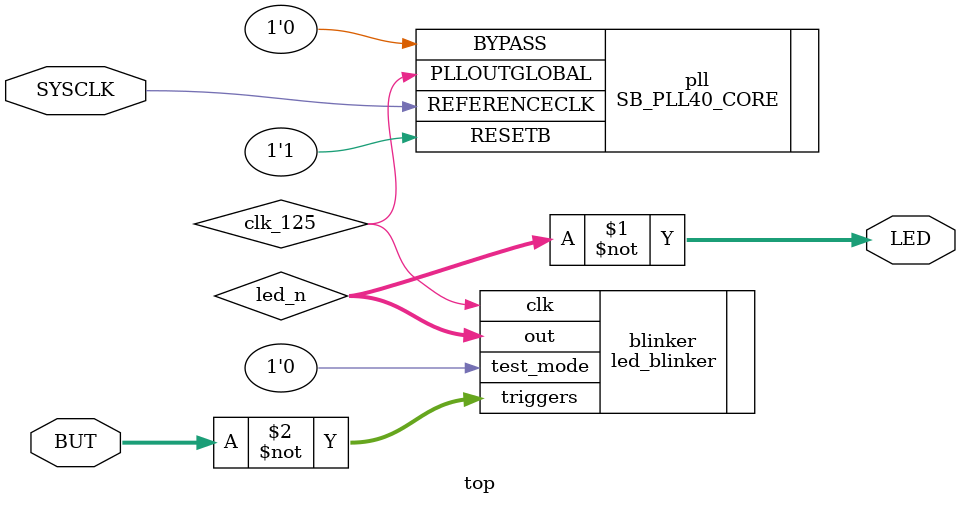
<source format=v>
/*
 * Copyright (C) 2022 Sean Anderson <seanga2@gmail.com>
 */

`include "common.vh"

module top (
	input SYSCLK,

	input [1:0] BUT,
	output [1:0] LED
);

	parameter WISHBONE	= 1;

	wire clk_125;

	SB_PLL40_CORE #(
		.FEEDBACK_PATH("SIMPLE"),
		.DIVR(4'd0),
		.DIVF(7'd9),
		.DIVQ(3'd3),
		.FILTER_RANGE(3'd5),
	) pll (
		.REFERENCECLK(SYSCLK),
		.PLLOUTGLOBAL(clk_125),
		.BYPASS(1'b0),
		.RESETB(1'b1)
	);

	wire [1:0] led_n;
	assign LED = ~led_n;

	led_blinker #(
		.LEDS(2)
	) blinker(
		.clk(clk_125),
		.triggers(~BUT),
		.out(led_n),
		.test_mode(1'b0)
	);

endmodule

</source>
